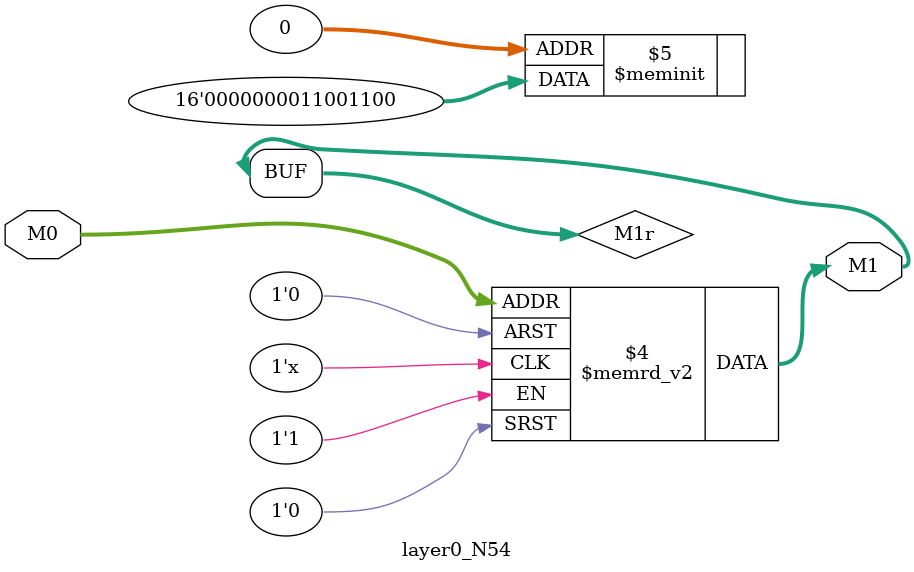
<source format=v>
module layer0_N54 ( input [2:0] M0, output [1:0] M1 );

	(*rom_style = "distributed" *) reg [1:0] M1r;
	assign M1 = M1r;
	always @ (M0) begin
		case (M0)
			3'b000: M1r = 2'b00;
			3'b100: M1r = 2'b00;
			3'b010: M1r = 2'b00;
			3'b110: M1r = 2'b00;
			3'b001: M1r = 2'b11;
			3'b101: M1r = 2'b00;
			3'b011: M1r = 2'b11;
			3'b111: M1r = 2'b00;

		endcase
	end
endmodule

</source>
